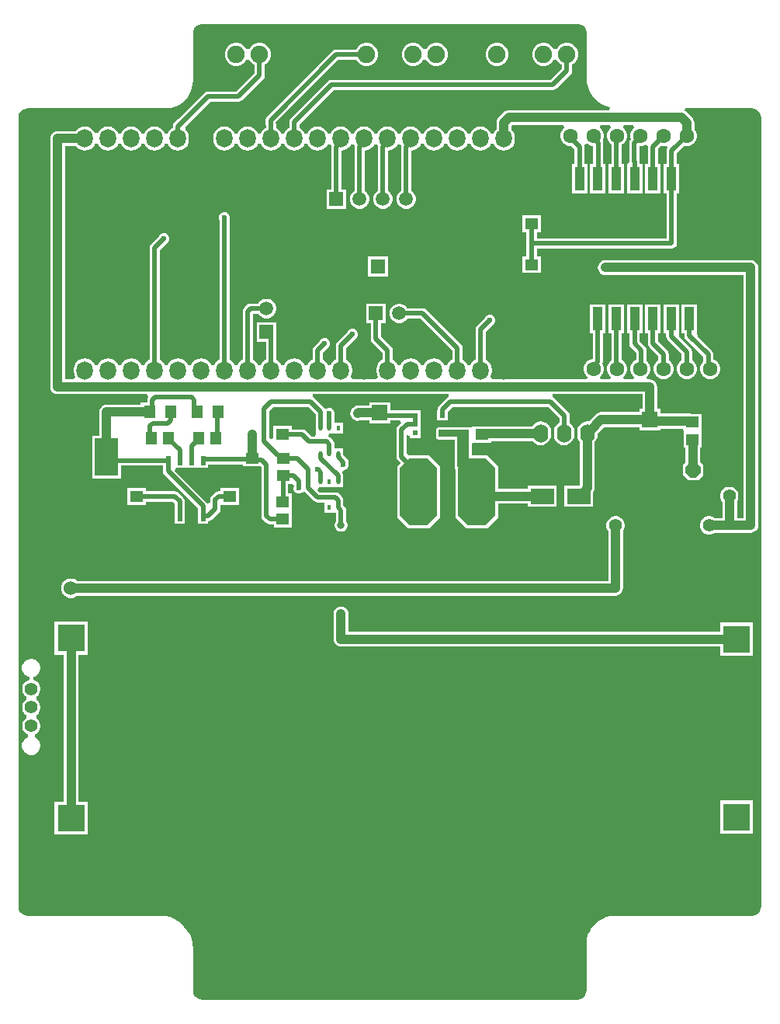
<source format=gtl>
G04*
G04 #@! TF.GenerationSoftware,Altium Limited,Altium Designer,21.9.2 (33)*
G04*
G04 Layer_Physical_Order=1*
G04 Layer_Color=255*
%FSTAX24Y24*%
%MOIN*%
G70*
G04*
G04 #@! TF.SameCoordinates,6E6F4FCF-DDBA-4186-BE1C-5EC4A7FB59E6*
G04*
G04*
G04 #@! TF.FilePolarity,Positive*
G04*
G01*
G75*
%ADD17C,0.0197*%
%ADD21R,0.0433X0.1024*%
%ADD22R,0.0551X0.0472*%
%ADD23R,0.0177X0.0236*%
%ADD24R,0.0157X0.0236*%
%ADD25R,0.0500X0.0550*%
%ADD26R,0.0472X0.0551*%
%ADD27R,0.0669X0.0669*%
%ADD28R,0.0984X0.0669*%
%ADD29R,0.0236X0.0197*%
G04:AMPARAMS|DCode=30|XSize=287.4mil|YSize=157.5mil|CornerRadius=0mil|HoleSize=0mil|Usage=FLASHONLY|Rotation=270.000|XOffset=0mil|YOffset=0mil|HoleType=Round|Shape=Octagon|*
%AMOCTAGOND30*
4,1,8,-0.0394,-0.1437,0.0394,-0.1437,0.0787,-0.1043,0.0787,0.1043,0.0394,0.1437,-0.0394,0.1437,-0.0787,0.1043,-0.0787,-0.1043,-0.0394,-0.1437,0.0*
%
%ADD30OCTAGOND30*%

%ADD31R,0.0197X0.0394*%
%ADD62C,0.0394*%
%ADD63C,0.0551*%
%ADD64C,0.0630*%
%ADD65C,0.0600*%
%ADD66R,0.1181X0.1181*%
%ADD67C,0.0748*%
%ADD68O,0.0709X0.0787*%
%ADD69O,0.0630X0.0787*%
%ADD70C,0.0591*%
%ADD71R,0.0591X0.0591*%
%ADD72R,0.0630X0.0630*%
%ADD73C,0.0598*%
%ADD74R,0.0598X0.0598*%
%ADD75P,0.0704X8X292.5*%
%ADD76C,0.0650*%
%ADD77R,0.1600X0.1000*%
%ADD78R,0.1000X0.1600*%
%ADD79C,0.0315*%
%ADD80C,0.0236*%
G36*
X036063Y066147D02*
X036063Y066147D01*
X036173Y066128D01*
X036238Y066101D01*
X03631Y066046D01*
X036366Y065973D01*
X036393Y065909D01*
X036412Y065798D01*
X036412Y065798D01*
X036412Y06568D01*
Y063967D01*
X036411Y063848D01*
X036427Y063644D01*
X036475Y063444D01*
X036553Y063254D01*
X036661Y063079D01*
X036794Y062923D01*
X036793Y062922D01*
X036793Y062922D01*
X036793Y062922D01*
X036881Y062848D01*
X036881Y062848D01*
X036948Y062792D01*
X03712Y062686D01*
X037306Y062609D01*
X037409Y062584D01*
X037395Y062466D01*
X033085D01*
X033003Y062455D01*
X032926Y062424D01*
X032861Y062373D01*
X03263Y062142D01*
X032579Y062077D01*
X032548Y062D01*
X032537Y061918D01*
Y061634D01*
X032518Y061619D01*
X032442Y061521D01*
X032419Y061464D01*
X032291D01*
X032267Y061521D01*
X032192Y061619D01*
X032093Y061695D01*
X031978Y061743D01*
X031855Y061759D01*
X031731Y061743D01*
X031616Y061695D01*
X031518Y061619D01*
X031442Y061521D01*
X031419Y061464D01*
X031291D01*
X031267Y061521D01*
X031192Y061619D01*
X031093Y061695D01*
X030978Y061743D01*
X030855Y061759D01*
X030731Y061743D01*
X030616Y061695D01*
X030518Y061619D01*
X030442Y061521D01*
X030419Y061464D01*
X030291D01*
X030267Y061521D01*
X030192Y061619D01*
X030093Y061695D01*
X029978Y061743D01*
X029855Y061759D01*
X029731Y061743D01*
X029616Y061695D01*
X029518Y061619D01*
X029442Y061521D01*
X029419Y061464D01*
X029291D01*
X029267Y061521D01*
X029192Y061619D01*
X029093Y061695D01*
X028978Y061743D01*
X028855Y061759D01*
X028731Y061743D01*
X028616Y061695D01*
X028518Y061619D01*
X028442Y061521D01*
X028419Y061464D01*
X028291D01*
X028267Y061521D01*
X028192Y061619D01*
X028093Y061695D01*
X027978Y061743D01*
X027855Y061759D01*
X027731Y061743D01*
X027616Y061695D01*
X027518Y061619D01*
X027442Y061521D01*
X027419Y061464D01*
X027291D01*
X027267Y061521D01*
X027192Y061619D01*
X027093Y061695D01*
X026978Y061743D01*
X026855Y061759D01*
X026731Y061743D01*
X026616Y061695D01*
X026518Y061619D01*
X026442Y061521D01*
X026419Y061464D01*
X026291D01*
X026267Y061521D01*
X026192Y061619D01*
X026093Y061695D01*
X025978Y061743D01*
X025855Y061759D01*
X025731Y061743D01*
X025616Y061695D01*
X025518Y061619D01*
X025442Y061521D01*
X025419Y061464D01*
X025291D01*
X025267Y061521D01*
X025192Y061619D01*
X025093Y061695D01*
X024978Y061743D01*
X024855Y061759D01*
X024731Y061743D01*
X024616Y061695D01*
X024518Y061619D01*
X024442Y061521D01*
X024419Y061464D01*
X024291D01*
X024267Y061521D01*
X024192Y061619D01*
X024093Y061695D01*
X024075Y061702D01*
Y061849D01*
X025554Y063328D01*
X034963D01*
X035047Y063344D01*
X035119Y063392D01*
X035719Y063992D01*
X035767Y064064D01*
X035784Y064148D01*
Y064408D01*
X035865Y064455D01*
X035957Y064546D01*
X036022Y064658D01*
X036055Y064784D01*
Y064913D01*
X036022Y065038D01*
X035957Y065151D01*
X035865Y065242D01*
X035753Y065307D01*
X035628Y065341D01*
X035498D01*
X035373Y065307D01*
X035261Y065242D01*
X035169Y065151D01*
X035128Y065079D01*
X035122Y065077D01*
X035004D01*
X034998Y065079D01*
X034957Y065151D01*
X034865Y065242D01*
X034753Y065307D01*
X034628Y065341D01*
X034498D01*
X034373Y065307D01*
X034261Y065242D01*
X034169Y065151D01*
X034104Y065038D01*
X034071Y064913D01*
Y064784D01*
X034104Y064658D01*
X034169Y064546D01*
X034261Y064455D01*
X034373Y06439D01*
X034498Y064356D01*
X034628D01*
X034753Y06439D01*
X034865Y064455D01*
X034957Y064546D01*
X034998Y064618D01*
X035004Y06462D01*
X035122D01*
X035128Y064618D01*
X035169Y064546D01*
X035261Y064455D01*
X035342Y064408D01*
Y06424D01*
X034872Y063769D01*
X025463D01*
X025378Y063752D01*
X025307Y063705D01*
X023698Y062096D01*
X023651Y062025D01*
X023634Y06194D01*
Y061702D01*
X023616Y061695D01*
X023518Y061619D01*
X023442Y061521D01*
X023419Y061464D01*
X023291D01*
X023267Y061521D01*
X023192Y061619D01*
X023093Y061695D01*
X023075Y061702D01*
Y061857D01*
X023065Y061907D01*
Y061939D01*
X025754Y064628D01*
X026522D01*
X026569Y064546D01*
X026661Y064455D01*
X026773Y06439D01*
X026898Y064356D01*
X027028D01*
X027153Y06439D01*
X027265Y064455D01*
X027357Y064546D01*
X027422Y064658D01*
X027455Y064784D01*
Y064913D01*
X027422Y065038D01*
X027357Y065151D01*
X027265Y065242D01*
X027153Y065307D01*
X027028Y065341D01*
X026898D01*
X026773Y065307D01*
X026661Y065242D01*
X026569Y065151D01*
X026522Y065069D01*
X025663D01*
X025579Y065052D01*
X025507Y065005D01*
X022688Y062186D01*
X022641Y062114D01*
X022624Y06203D01*
Y061867D01*
X022634Y061816D01*
Y061702D01*
X022616Y061695D01*
X022518Y061619D01*
X022442Y061521D01*
X022419Y061464D01*
X022291D01*
X022267Y061521D01*
X022192Y061619D01*
X022093Y061695D01*
X021978Y061743D01*
X021855Y061759D01*
X021731Y061743D01*
X021616Y061695D01*
X021518Y061619D01*
X021442Y061521D01*
X021419Y061464D01*
X021291D01*
X021267Y061521D01*
X021192Y061619D01*
X021093Y061695D01*
X020978Y061743D01*
X020855Y061759D01*
X020731Y061743D01*
X020616Y061695D01*
X020518Y061619D01*
X020442Y061521D01*
X020394Y061406D01*
X020378Y061282D01*
Y061204D01*
X020394Y06108D01*
X020442Y060965D01*
X020518Y060867D01*
X020616Y060791D01*
X020731Y060743D01*
X020855Y060727D01*
X020978Y060743D01*
X021093Y060791D01*
X021192Y060867D01*
X021267Y060965D01*
X021291Y061022D01*
X021419D01*
X021442Y060965D01*
X021518Y060867D01*
X021616Y060791D01*
X021731Y060743D01*
X021855Y060727D01*
X021978Y060743D01*
X022093Y060791D01*
X022192Y060867D01*
X022267Y060965D01*
X022291Y061022D01*
X022419D01*
X022442Y060965D01*
X022518Y060867D01*
X022616Y060791D01*
X022731Y060743D01*
X022855Y060727D01*
X022978Y060743D01*
X023093Y060791D01*
X023192Y060867D01*
X023267Y060965D01*
X023291Y061022D01*
X023419D01*
X023442Y060965D01*
X023518Y060867D01*
X023616Y060791D01*
X023731Y060743D01*
X023855Y060727D01*
X023978Y060743D01*
X024093Y060791D01*
X024192Y060867D01*
X024267Y060965D01*
X024291Y061022D01*
X024419D01*
X024442Y060965D01*
X024518Y060867D01*
X024616Y060791D01*
X024731Y060743D01*
X024855Y060727D01*
X024978Y060743D01*
X025093Y060791D01*
X025192Y060867D01*
X025267Y060965D01*
X025274Y060981D01*
X0254Y060989D01*
X025451Y060917D01*
X025442Y060873D01*
Y059062D01*
X02525D01*
Y058235D01*
X026076D01*
Y059062D01*
X025884D01*
Y060731D01*
X025978Y060743D01*
X026093Y060791D01*
X026192Y060867D01*
X026267Y060965D01*
X026274Y060981D01*
X0264Y060989D01*
X026451Y060917D01*
X026442Y060873D01*
Y058998D01*
X026409Y058979D01*
X026332Y058902D01*
X026278Y058808D01*
X02625Y058703D01*
Y058594D01*
X026278Y058489D01*
X026332Y058395D01*
X026409Y058318D01*
X026503Y058263D01*
X026609Y058235D01*
X026717D01*
X026823Y058263D01*
X026917Y058318D01*
X026994Y058395D01*
X027048Y058489D01*
X027076Y058594D01*
Y058703D01*
X027048Y058808D01*
X026994Y058902D01*
X026917Y058979D01*
X026884Y058998D01*
Y060731D01*
X026978Y060743D01*
X027093Y060791D01*
X027192Y060867D01*
X027267Y060965D01*
X027274Y060981D01*
X0274Y060989D01*
X027451Y060917D01*
X027442Y060873D01*
Y058998D01*
X027409Y058979D01*
X027332Y058902D01*
X027278Y058808D01*
X02725Y058703D01*
Y058594D01*
X027278Y058489D01*
X027332Y058395D01*
X027409Y058318D01*
X027503Y058263D01*
X027609Y058235D01*
X027717D01*
X027823Y058263D01*
X027917Y058318D01*
X027994Y058395D01*
X028048Y058489D01*
X028076Y058594D01*
Y058703D01*
X028048Y058808D01*
X027994Y058902D01*
X027917Y058979D01*
X027884Y058998D01*
Y060731D01*
X027978Y060743D01*
X028093Y060791D01*
X028192Y060867D01*
X028267Y060965D01*
X028274Y060981D01*
X0284Y060989D01*
X028451Y060917D01*
X028442Y060873D01*
Y058998D01*
X028409Y058979D01*
X028332Y058902D01*
X028278Y058808D01*
X02825Y058703D01*
Y058594D01*
X028278Y058489D01*
X028332Y058395D01*
X028409Y058318D01*
X028503Y058263D01*
X028609Y058235D01*
X028717D01*
X028823Y058263D01*
X028917Y058318D01*
X028994Y058395D01*
X029048Y058489D01*
X029076Y058594D01*
Y058703D01*
X029048Y058808D01*
X028994Y058902D01*
X028917Y058979D01*
X028884Y058998D01*
Y060731D01*
X028978Y060743D01*
X029093Y060791D01*
X029192Y060867D01*
X029267Y060965D01*
X029291Y061022D01*
X029419D01*
X029442Y060965D01*
X029518Y060867D01*
X029616Y060791D01*
X029731Y060743D01*
X029855Y060727D01*
X029978Y060743D01*
X030093Y060791D01*
X030192Y060867D01*
X030267Y060965D01*
X030291Y061022D01*
X030419D01*
X030442Y060965D01*
X030518Y060867D01*
X030616Y060791D01*
X030731Y060743D01*
X030855Y060727D01*
X030978Y060743D01*
X031093Y060791D01*
X031192Y060867D01*
X031267Y060965D01*
X031291Y061022D01*
X031419D01*
X031442Y060965D01*
X031518Y060867D01*
X031616Y060791D01*
X031731Y060743D01*
X031855Y060727D01*
X031978Y060743D01*
X032093Y060791D01*
X032192Y060867D01*
X032267Y060965D01*
X032291Y061022D01*
X032419D01*
X032442Y060965D01*
X032518Y060867D01*
X032616Y060791D01*
X032731Y060743D01*
X032855Y060727D01*
X032978Y060743D01*
X033093Y060791D01*
X033192Y060867D01*
X033267Y060965D01*
X033315Y06108D01*
X033331Y061204D01*
Y061282D01*
X033315Y061406D01*
X033267Y061521D01*
X033192Y061619D01*
X033172Y061634D01*
Y061786D01*
X033217Y061831D01*
X035427D01*
X035458Y061713D01*
X035451Y061708D01*
X03537Y061628D01*
X035313Y061529D01*
X035284Y061419D01*
Y061305D01*
X035313Y061195D01*
X03537Y061096D01*
X035451Y061015D01*
X03555Y060958D01*
X03566Y060929D01*
X035755D01*
X035886Y060798D01*
Y060158D01*
X035773D01*
Y058898D01*
X036442D01*
Y060158D01*
X036328D01*
Y060889D01*
X036311Y060974D01*
X036314Y060985D01*
X036443Y061023D01*
X036451Y061015D01*
X03655Y060958D01*
X03666Y060929D01*
X036686D01*
Y060158D01*
X03656D01*
Y058898D01*
X037229D01*
Y060158D01*
X037127D01*
Y061055D01*
X03711Y061139D01*
X037099Y061157D01*
X03712Y061195D01*
X03715Y061305D01*
Y061419D01*
X03712Y061529D01*
X037063Y061628D01*
X036983Y061708D01*
X036975Y061713D01*
X037007Y061831D01*
X037427D01*
X037458Y061713D01*
X037451Y061708D01*
X03737Y061628D01*
X037313Y061529D01*
X037284Y061419D01*
Y061305D01*
X037313Y061195D01*
X03737Y061096D01*
X037451Y061015D01*
X037479Y060999D01*
Y060158D01*
X037347D01*
Y058898D01*
X038017D01*
Y060158D01*
X03792D01*
Y060979D01*
X037983Y061015D01*
X038063Y061096D01*
X03812Y061195D01*
X03815Y061305D01*
Y061419D01*
X03812Y061529D01*
X038063Y061628D01*
X037983Y061708D01*
X037975Y061713D01*
X038007Y061831D01*
X038427D01*
X038458Y061713D01*
X038451Y061708D01*
X03837Y061628D01*
X038313Y061529D01*
X038284Y061419D01*
Y061305D01*
X03831Y061207D01*
X038307Y061205D01*
X038259Y061133D01*
X038242Y061048D01*
Y060255D01*
X03816Y060158D01*
X038135D01*
Y058898D01*
X038804D01*
Y060158D01*
X03869D01*
Y060248D01*
X038684Y060281D01*
Y060929D01*
X038774D01*
X038884Y060958D01*
X038932Y060986D01*
X039038Y060911D01*
X039036Y060902D01*
Y060158D01*
X038922D01*
Y058898D01*
X039591D01*
Y060158D01*
X039478D01*
Y06081D01*
X039609Y060942D01*
X03966Y060929D01*
X039774D01*
X039821Y060941D01*
X039841Y060923D01*
X039889Y060837D01*
X039859Y060793D01*
X039842Y060708D01*
Y060158D01*
X03971D01*
Y058898D01*
X039842D01*
Y056969D01*
X034273D01*
Y057234D01*
X034437D01*
Y057943D01*
X03365D01*
Y057234D01*
X033831D01*
Y056748D01*
Y056183D01*
X033658D01*
Y055475D01*
X034446D01*
Y056183D01*
X034273D01*
Y056528D01*
X040063D01*
X040147Y056544D01*
X040219Y056592D01*
X040267Y056664D01*
X040284Y056748D01*
Y058898D01*
X040379D01*
Y060158D01*
X040284D01*
Y060617D01*
X040609Y060942D01*
X04066Y060929D01*
X040774D01*
X040884Y060958D01*
X040983Y061015D01*
X041063Y061096D01*
X04112Y061195D01*
X04115Y061305D01*
Y061419D01*
X04112Y061529D01*
X041063Y061628D01*
X041034Y061657D01*
Y061918D01*
X041024Y062D01*
X040992Y062077D01*
X040941Y062142D01*
X040711Y062373D01*
X040645Y062424D01*
X040632Y062429D01*
X040655Y062547D01*
X043513D01*
X043513Y062547D01*
X043513Y062547D01*
X043625Y062532D01*
X043713Y062495D01*
X043796Y062431D01*
X04386Y062348D01*
X043896Y06226D01*
X043912Y062148D01*
X043912Y062148D01*
X043912Y06203D01*
Y028298D01*
X043912Y028298D01*
X043912Y028298D01*
X043896Y028187D01*
X04386Y028098D01*
X043796Y028015D01*
X043713Y027952D01*
X043617Y027912D01*
X043518Y027899D01*
X043513Y0279D01*
X037776D01*
X037658Y027901D01*
X037658Y027901D01*
X037455Y027885D01*
X037257Y027837D01*
X037069Y027759D01*
X036895Y027653D01*
X03683Y027597D01*
X036741Y027521D01*
X036741Y027521D01*
X036741Y02752D01*
X036626Y027386D01*
X036534Y027235D01*
X036466Y027072D01*
X036425Y0269D01*
X036411Y026724D01*
X036412D01*
X036412Y026724D01*
Y024698D01*
X036412Y024698D01*
X036412Y024698D01*
X036396Y024587D01*
X03636Y024498D01*
X036296Y024415D01*
X036213Y024352D01*
X036117Y024312D01*
X036018Y024299D01*
X036013Y0243D01*
X019913D01*
X019913Y0243D01*
X019913Y0243D01*
X019913Y0243D01*
X019801Y024315D01*
X019713Y024352D01*
X01963Y024415D01*
X019566Y024498D01*
X01953Y024587D01*
X019514Y024698D01*
X019514Y024817D01*
Y02638D01*
X019515Y026498D01*
X019499Y026703D01*
X019451Y026903D01*
X019373Y027093D01*
X019265Y027268D01*
X019132Y027424D01*
X019132D01*
X019048Y027508D01*
X019039Y027517D01*
X019039Y027517D01*
X018883Y027651D01*
X018707Y027758D01*
X018518Y027837D01*
X018318Y027885D01*
X018113Y027901D01*
Y0279D01*
X012413D01*
X012413Y0279D01*
X012413Y0279D01*
X012413Y0279D01*
X012301Y027915D01*
X012213Y027952D01*
X01213Y028015D01*
X012066Y028098D01*
X01203Y028187D01*
X012014Y028298D01*
X012014Y028417D01*
Y062148D01*
X012014Y062148D01*
X012014Y062148D01*
X01203Y06226D01*
X012066Y062348D01*
X01213Y062431D01*
X012213Y062495D01*
X012301Y062532D01*
X012413Y062547D01*
X012531Y062547D01*
X018221D01*
X018339Y062547D01*
X018515Y062561D01*
X018687Y062602D01*
X01885Y062669D01*
X019001Y062762D01*
X019135Y062876D01*
X019135Y062876D01*
X019135Y062876D01*
X019268Y063031D01*
X019374Y063204D01*
X019452Y063393D01*
X019495Y063574D01*
X019499Y06359D01*
X019507Y06369D01*
X019525Y063793D01*
Y063846D01*
X019515Y06387D01*
X019514Y063904D01*
Y065702D01*
X019516Y065798D01*
X019517Y0658D01*
X019525Y065818D01*
X019541Y065926D01*
X019542Y06593D01*
X01956Y065973D01*
X019616Y066046D01*
X019688Y066101D01*
X019753Y066128D01*
X019863Y066147D01*
X019981Y066147D01*
X036063D01*
X036063Y066147D01*
D02*
G37*
%LPC*%
G36*
X022428Y065341D02*
X022298D01*
X022173Y065307D01*
X022061Y065242D01*
X021969Y065151D01*
X021928Y065079D01*
X021922Y065077D01*
X021804D01*
X021798Y065079D01*
X021757Y065151D01*
X021665Y065242D01*
X021553Y065307D01*
X021428Y065341D01*
X021298D01*
X021173Y065307D01*
X021061Y065242D01*
X020969Y065151D01*
X020904Y065038D01*
X020871Y064913D01*
Y064784D01*
X020904Y064658D01*
X020969Y064546D01*
X021061Y064455D01*
X021173Y06439D01*
X021298Y064356D01*
X021428D01*
X021553Y06439D01*
X021665Y064455D01*
X021757Y064546D01*
X021798Y064618D01*
X021804Y06462D01*
X021922D01*
X021928Y064618D01*
X021969Y064546D01*
X022061Y064455D01*
X022142Y064408D01*
Y06404D01*
X021372Y063269D01*
X020163D01*
X020079Y063252D01*
X020007Y063205D01*
X018915Y062113D01*
X01889Y062096D01*
X018699Y061905D01*
X018651Y061833D01*
X018634Y061748D01*
Y061702D01*
X018616Y061695D01*
X018518Y061619D01*
X018442Y061521D01*
X018419Y061464D01*
X018291D01*
X018267Y061521D01*
X018192Y061619D01*
X018093Y061695D01*
X017978Y061743D01*
X017855Y061759D01*
X017731Y061743D01*
X017616Y061695D01*
X017518Y061619D01*
X017442Y061521D01*
X017419Y061464D01*
X017291D01*
X017267Y061521D01*
X017192Y061619D01*
X017093Y061695D01*
X016978Y061743D01*
X016855Y061759D01*
X016731Y061743D01*
X016616Y061695D01*
X016518Y061619D01*
X016442Y061521D01*
X016419Y061464D01*
X016291D01*
X016267Y061521D01*
X016192Y061619D01*
X016093Y061695D01*
X015978Y061743D01*
X015855Y061759D01*
X015731Y061743D01*
X015616Y061695D01*
X015518Y061619D01*
X015442Y061521D01*
X015422Y061474D01*
X015295D01*
X015275Y061521D01*
X015199Y061619D01*
X015101Y061695D01*
X014986Y061743D01*
X014862Y061759D01*
X014739Y061743D01*
X014624Y061695D01*
X014526Y061619D01*
X014481Y061561D01*
X013687D01*
X013605Y06155D01*
X013528Y061518D01*
X013462Y061468D01*
X013412Y061402D01*
X01338Y061325D01*
X013369Y061243D01*
Y050589D01*
X01338Y050507D01*
X013412Y050431D01*
X013462Y050365D01*
X013528Y050314D01*
X013605Y050283D01*
X013687Y050272D01*
X017531D01*
X01758Y050154D01*
X017556Y050118D01*
X017539Y050033D01*
Y049903D01*
X017266D01*
Y049828D01*
X015791D01*
X015709Y049817D01*
X015632Y049785D01*
X015567Y049735D01*
X015516Y049669D01*
X015484Y049592D01*
X015474Y04951D01*
Y048494D01*
X015173D01*
Y046658D01*
X016409D01*
Y047209D01*
X018216D01*
Y046975D01*
X018232Y046891D01*
X01828Y046819D01*
X019716Y045384D01*
Y045028D01*
X01972Y045007D01*
Y044713D01*
X020153D01*
Y044828D01*
X020163D01*
X020247Y044844D01*
X020319Y044892D01*
X020619Y045192D01*
X020667Y045264D01*
X020684Y045348D01*
Y045419D01*
X020698Y045531D01*
X021485D01*
Y046239D01*
X020698D01*
Y046106D01*
X0206D01*
X020515Y046089D01*
X020443Y046041D01*
X020307Y045905D01*
X020259Y045833D01*
X020242Y045748D01*
Y045607D01*
X020124Y045584D01*
X020092Y045631D01*
X018727Y046997D01*
X018776Y047115D01*
X019186Y047115D01*
X019271Y047115D01*
X019686Y047115D01*
X019771Y047115D01*
X020153D01*
Y047258D01*
X021664D01*
Y047174D01*
X022425D01*
X022442Y047157D01*
Y045048D01*
X022459Y044964D01*
X022507Y044892D01*
X022649Y044751D01*
X02272Y044703D01*
X022805Y044686D01*
X022972D01*
Y044552D01*
X023759D01*
Y045261D01*
X023759D01*
Y0453D01*
X023759D01*
Y046009D01*
X023589D01*
Y046429D01*
X023765D01*
X023835Y04634D01*
Y046315D01*
X023827Y046295D01*
Y046201D01*
X023863Y046115D01*
X023929Y046048D01*
X024016Y046012D01*
X02411D01*
X024197Y046048D01*
X024298Y046089D01*
X024351Y046048D01*
X024707Y045692D01*
X024778Y045644D01*
X024863Y045628D01*
X025166D01*
Y045173D01*
X025642D01*
Y044817D01*
X025606Y044755D01*
X025587Y044685D01*
Y044612D01*
X025606Y044542D01*
X025642Y044479D01*
X025694Y044428D01*
X025757Y044392D01*
X025827Y044373D01*
X025899D01*
X025969Y044392D01*
X026032Y044428D01*
X026084Y044479D01*
X02612Y044542D01*
X026139Y044612D01*
Y044685D01*
X02612Y044755D01*
X026084Y044817D01*
Y045283D01*
X026067Y045367D01*
X026019Y045439D01*
X025958Y0455D01*
Y045733D01*
X025941Y045818D01*
X025893Y045889D01*
X025778Y046005D01*
X025706Y046052D01*
X025622Y046069D01*
X024954D01*
X024859Y046165D01*
X024908Y046283D01*
X025934D01*
Y046424D01*
X025941Y046435D01*
X025958Y046519D01*
Y046774D01*
X025941Y046859D01*
X025917Y046894D01*
X02596Y046996D01*
X025977Y047012D01*
X02601D01*
X026097Y047048D01*
X026163Y047115D01*
X026199Y047201D01*
Y047295D01*
X026184Y047333D01*
Y047348D01*
X026167Y047433D01*
X026119Y047505D01*
X025958Y047666D01*
Y047724D01*
X025944Y047794D01*
Y04796D01*
X025584D01*
Y048133D01*
X025567Y048218D01*
X025519Y048289D01*
X025404Y048405D01*
X025332Y048452D01*
X025346Y04857D01*
X025944D01*
Y049043D01*
X025584D01*
Y049364D01*
X025599Y049401D01*
Y049495D01*
X025563Y049582D01*
X025497Y049649D01*
X02541Y049685D01*
X025316D01*
X025229Y049649D01*
X025161Y049655D01*
X025145Y049679D01*
X024719Y050105D01*
X024647Y050152D01*
X024641Y050154D01*
X024653Y050272D01*
X030473D01*
X030485Y050154D01*
X030478Y050152D01*
X030407Y050105D01*
X030066Y049764D01*
X030018Y049692D01*
X030001Y049607D01*
Y049578D01*
X029986D01*
Y049145D01*
X030201D01*
X030222Y049141D01*
X030243Y049145D01*
X030458D01*
Y049531D01*
X030654Y049728D01*
X034772D01*
X035242Y049257D01*
Y049065D01*
X035226Y049059D01*
X035136Y048989D01*
X035066Y048899D01*
X035023Y048793D01*
X035008Y04868D01*
Y048523D01*
X035023Y04841D01*
X035066Y048304D01*
X035136Y048214D01*
X035226Y048145D01*
X035332Y048101D01*
X035445Y048086D01*
X035558Y048101D01*
X035663Y048145D01*
X035754Y048214D01*
X035823Y048304D01*
X035867Y04841D01*
X035882Y048523D01*
Y04868D01*
X035867Y048793D01*
X035823Y048899D01*
X035754Y048989D01*
X035684Y049043D01*
Y049348D01*
X035667Y049433D01*
X035619Y049505D01*
X035019Y050105D01*
X034947Y050152D01*
X034941Y050154D01*
X034953Y050272D01*
X038804D01*
Y049639D01*
X038669D01*
Y049504D01*
X037029D01*
X036947Y049493D01*
X03687Y049461D01*
X036805Y049411D01*
X036503Y049109D01*
X036445Y049117D01*
X036332Y049102D01*
X036226Y049059D01*
X036136Y048989D01*
X036066Y048899D01*
X036023Y048793D01*
X036008Y04868D01*
Y048523D01*
X036023Y04841D01*
X036066Y048304D01*
X036127Y048225D01*
Y046388D01*
X036095Y046346D01*
X036094Y046345D01*
X035464D01*
Y045439D01*
X036685D01*
Y046009D01*
X036688Y04603D01*
Y046061D01*
X03672Y046103D01*
X036752Y04618D01*
X036762Y046262D01*
Y048225D01*
X036823Y048304D01*
X036867Y04841D01*
X036882Y048523D01*
Y048589D01*
X037161Y048868D01*
X038669D01*
Y048733D01*
X039574D01*
Y048801D01*
X040565D01*
X040572Y048686D01*
X040572Y048607D01*
Y047977D01*
X04066D01*
Y047351D01*
X040546Y047237D01*
Y046794D01*
X040768Y046573D01*
X041211D01*
X041432Y046794D01*
Y047237D01*
X041295Y047375D01*
Y047977D01*
X041359D01*
Y048607D01*
X041359Y048686D01*
X041359Y048804D01*
Y049434D01*
X040907D01*
X040887Y049436D01*
X039574D01*
Y049639D01*
X039439D01*
Y050589D01*
X039429Y050672D01*
X039397Y050748D01*
X039346Y050814D01*
X039281Y050865D01*
X039204Y050896D01*
X039122Y050907D01*
X039032D01*
X038998Y050982D01*
X038993Y051025D01*
X039063Y051096D01*
X03912Y051195D01*
X03915Y051305D01*
Y051419D01*
X03912Y051529D01*
X039063Y051628D01*
X038984Y051707D01*
Y052148D01*
X038967Y052233D01*
X038919Y052305D01*
X03869Y052533D01*
Y052875D01*
X038804D01*
Y054135D01*
X038135D01*
Y052875D01*
X038249D01*
Y052442D01*
X038265Y052358D01*
X038313Y052286D01*
X038542Y052057D01*
Y051761D01*
X038451Y051708D01*
X03837Y051628D01*
X038313Y051529D01*
X038284Y051419D01*
Y051305D01*
X038313Y051195D01*
X03837Y051096D01*
X038441Y051025D01*
X038436Y050982D01*
X038402Y050907D01*
X038032D01*
X037998Y050982D01*
X037993Y051025D01*
X038063Y051096D01*
X03812Y051195D01*
X03815Y051305D01*
Y051419D01*
X03812Y051529D01*
X038063Y051628D01*
X037983Y051708D01*
X03792Y051744D01*
Y052875D01*
X038017D01*
Y054135D01*
X037347D01*
Y052875D01*
X037479D01*
Y051724D01*
X037451Y051708D01*
X03737Y051628D01*
X037313Y051529D01*
X037284Y051419D01*
Y051305D01*
X037313Y051195D01*
X03737Y051096D01*
X037441Y051025D01*
X037436Y050982D01*
X037402Y050907D01*
X037032D01*
X036998Y050982D01*
X036993Y051025D01*
X037063Y051096D01*
X03712Y051195D01*
X03715Y051305D01*
Y051419D01*
X03712Y051529D01*
X037097Y05157D01*
X037099Y051572D01*
X037115Y051657D01*
Y052875D01*
X037229D01*
Y054135D01*
X03656D01*
Y052875D01*
X036674D01*
Y051795D01*
X03666D01*
X03655Y051765D01*
X036451Y051708D01*
X03637Y051628D01*
X036313Y051529D01*
X036284Y051419D01*
Y051305D01*
X036313Y051195D01*
X03637Y051096D01*
X036441Y051025D01*
X036436Y050982D01*
X036402Y050907D01*
X032337D01*
X032275Y05102D01*
X032323Y051135D01*
X032339Y051259D01*
Y051337D01*
X032323Y051461D01*
X032275Y051576D01*
X032199Y051674D01*
X032101Y05175D01*
X032083Y051757D01*
Y052957D01*
X03236Y053233D01*
X032397Y053248D01*
X032463Y053315D01*
X032499Y053401D01*
Y053495D01*
X032463Y053582D01*
X032397Y053649D01*
X03231Y053685D01*
X032216D01*
X032129Y053649D01*
X032063Y053582D01*
X032047Y053545D01*
X031706Y053204D01*
X031659Y053133D01*
X031642Y053048D01*
Y051757D01*
X031624Y05175D01*
X031526Y051674D01*
X03145Y051576D01*
X031426Y051519D01*
X031299D01*
X031275Y051576D01*
X031199Y051674D01*
X031101Y05175D01*
X031084Y051757D01*
Y052248D01*
X031067Y052333D01*
X031019Y052405D01*
X029519Y053905D01*
X029447Y053952D01*
X029363Y053969D01*
X028713D01*
X028694Y054002D01*
X028617Y054079D01*
X028523Y054134D01*
X028417Y054162D01*
X028309D01*
X028203Y054134D01*
X028109Y054079D01*
X028032Y054002D01*
X027978Y053908D01*
X02795Y053803D01*
Y053694D01*
X027978Y053589D01*
X028032Y053495D01*
X028109Y053418D01*
X028203Y053363D01*
X028309Y053335D01*
X028417D01*
X028523Y053363D01*
X028617Y053418D01*
X028694Y053495D01*
X028713Y053528D01*
X029272D01*
X030642Y052157D01*
Y051758D01*
X030624Y05175D01*
X030526Y051674D01*
X03045Y051576D01*
X030426Y051519D01*
X030299D01*
X030275Y051576D01*
X030199Y051674D01*
X030101Y05175D01*
X029986Y051798D01*
X029862Y051814D01*
X029739Y051798D01*
X029624Y05175D01*
X029526Y051674D01*
X02945Y051576D01*
X029426Y051519D01*
X029299D01*
X029275Y051576D01*
X029199Y051674D01*
X029101Y05175D01*
X028986Y051798D01*
X028862Y051814D01*
X028739Y051798D01*
X028624Y05175D01*
X028526Y051674D01*
X02845Y051576D01*
X028426Y051519D01*
X028299D01*
X028275Y051576D01*
X028199Y051674D01*
X028101Y05175D01*
X028084Y051757D01*
Y052148D01*
X028067Y052233D01*
X028019Y052305D01*
X027584Y05274D01*
Y053335D01*
X027776D01*
Y054162D01*
X02695D01*
Y053335D01*
X027142D01*
Y052648D01*
X027159Y052564D01*
X027207Y052492D01*
X027642Y052057D01*
Y051758D01*
X027624Y05175D01*
X027526Y051674D01*
X02745Y051576D01*
X027402Y051461D01*
X027386Y051337D01*
Y051259D01*
X027402Y051135D01*
X02745Y05102D01*
X027388Y050907D01*
X026337D01*
X026275Y05102D01*
X026323Y051135D01*
X026339Y051259D01*
Y051337D01*
X026323Y051461D01*
X026275Y051576D01*
X026199Y051674D01*
X026101Y05175D01*
X026083Y051757D01*
Y052256D01*
X02646Y052633D01*
X026497Y052648D01*
X026563Y052715D01*
X026599Y052801D01*
Y052895D01*
X026563Y052982D01*
X026497Y053049D01*
X02641Y053085D01*
X026316D01*
X026229Y053049D01*
X026163Y052982D01*
X026147Y052945D01*
X025706Y052504D01*
X025659Y052432D01*
X025642Y052348D01*
Y051757D01*
X025624Y05175D01*
X025526Y051674D01*
X02545Y051576D01*
X025426Y051519D01*
X025299D01*
X025275Y051576D01*
X025199Y051674D01*
X025101Y05175D01*
X025083Y051757D01*
Y052056D01*
X02526Y052233D01*
X025297Y052248D01*
X025363Y052315D01*
X025399Y052401D01*
Y052495D01*
X025363Y052582D01*
X025297Y052649D01*
X02521Y052685D01*
X025116D01*
X025029Y052649D01*
X024963Y052582D01*
X024947Y052545D01*
X024706Y052304D01*
X024659Y052232D01*
X024642Y052148D01*
Y051757D01*
X024624Y05175D01*
X024526Y051674D01*
X02445Y051576D01*
X024426Y051519D01*
X024299D01*
X024275Y051576D01*
X024199Y051674D01*
X024101Y05175D01*
X023986Y051798D01*
X023862Y051814D01*
X023739Y051798D01*
X023624Y05175D01*
X023526Y051674D01*
X02345Y051576D01*
X023426Y051519D01*
X023299D01*
X023275Y051576D01*
X023199Y051674D01*
X023101Y05175D01*
X023083Y051757D01*
Y052749D01*
X02308Y052764D01*
Y053366D01*
X022246D01*
Y052531D01*
X022642D01*
Y051757D01*
X022624Y05175D01*
X022526Y051674D01*
X02245Y051576D01*
X022426Y051519D01*
X022299D01*
X022275Y051576D01*
X022199Y051674D01*
X022101Y05175D01*
X022084Y051757D01*
Y053728D01*
X022309D01*
X022329Y053692D01*
X022407Y053614D01*
X022502Y05356D01*
X022608Y053531D01*
X022718D01*
X022824Y05356D01*
X022919Y053614D01*
X022997Y053692D01*
X023052Y053787D01*
X02308Y053893D01*
Y054003D01*
X023052Y05411D01*
X022997Y054205D01*
X022919Y054282D01*
X022824Y054337D01*
X022718Y054366D01*
X022608D01*
X022502Y054337D01*
X022407Y054282D01*
X022329Y054205D01*
X022309Y054169D01*
X021978D01*
X021894Y054152D01*
X021822Y054105D01*
X021707Y053989D01*
X021659Y053918D01*
X021642Y053833D01*
Y051758D01*
X021624Y05175D01*
X021526Y051674D01*
X02145Y051576D01*
X021426Y051519D01*
X021299D01*
X021275Y051576D01*
X021199Y051674D01*
X021101Y05175D01*
X021084Y051757D01*
Y057764D01*
X021099Y057801D01*
Y057895D01*
X021063Y057982D01*
X020997Y058049D01*
X02091Y058085D01*
X020816D01*
X020729Y058049D01*
X020663Y057982D01*
X020627Y057895D01*
Y057801D01*
X020642Y057765D01*
Y051757D01*
X020624Y05175D01*
X020526Y051674D01*
X02045Y051576D01*
X020426Y051519D01*
X020299D01*
X020275Y051576D01*
X020199Y051674D01*
X020101Y05175D01*
X019986Y051798D01*
X019862Y051814D01*
X019739Y051798D01*
X019624Y05175D01*
X019526Y051674D01*
X01945Y051576D01*
X019426Y051519D01*
X019299D01*
X019275Y051576D01*
X019199Y051674D01*
X019101Y05175D01*
X018986Y051798D01*
X018862Y051814D01*
X018739Y051798D01*
X018624Y05175D01*
X018526Y051674D01*
X01845Y051576D01*
X018426Y051519D01*
X018299D01*
X018275Y051576D01*
X018199Y051674D01*
X018101Y05175D01*
X018083Y051757D01*
Y056456D01*
X01836Y056733D01*
X018397Y056748D01*
X018463Y056815D01*
X018499Y056901D01*
Y056995D01*
X018463Y057082D01*
X018397Y057149D01*
X01831Y057185D01*
X018216D01*
X018129Y057149D01*
X018063Y057082D01*
X018047Y057045D01*
X017706Y056704D01*
X017658Y056632D01*
X017642Y056548D01*
Y051757D01*
X017624Y05175D01*
X017526Y051674D01*
X01745Y051576D01*
X017426Y051519D01*
X017299D01*
X017275Y051576D01*
X017199Y051674D01*
X017101Y05175D01*
X016986Y051798D01*
X016862Y051814D01*
X016739Y051798D01*
X016624Y05175D01*
X016526Y051674D01*
X01645Y051576D01*
X016426Y051519D01*
X016299D01*
X016275Y051576D01*
X016199Y051674D01*
X016101Y05175D01*
X015986Y051798D01*
X015862Y051814D01*
X015739Y051798D01*
X015624Y05175D01*
X015526Y051674D01*
X01545Y051576D01*
X015426Y051519D01*
X015299D01*
X015275Y051576D01*
X015199Y051674D01*
X015101Y05175D01*
X014986Y051798D01*
X014862Y051814D01*
X014739Y051798D01*
X014624Y05175D01*
X014526Y051674D01*
X01445Y051576D01*
X014402Y051461D01*
X014386Y051337D01*
Y051259D01*
X014402Y051135D01*
X01445Y05102D01*
X014388Y050907D01*
X014005D01*
Y060925D01*
X014481D01*
X014526Y060867D01*
X014624Y060791D01*
X014739Y060743D01*
X014862Y060727D01*
X014986Y060743D01*
X015101Y060791D01*
X015199Y060867D01*
X015275Y060965D01*
X015295Y061012D01*
X015422D01*
X015442Y060965D01*
X015518Y060867D01*
X015616Y060791D01*
X015731Y060743D01*
X015855Y060727D01*
X015978Y060743D01*
X016093Y060791D01*
X016192Y060867D01*
X016267Y060965D01*
X016291Y061022D01*
X016419D01*
X016442Y060965D01*
X016518Y060867D01*
X016616Y060791D01*
X016731Y060743D01*
X016855Y060727D01*
X016978Y060743D01*
X017093Y060791D01*
X017192Y060867D01*
X017267Y060965D01*
X017291Y061022D01*
X017419D01*
X017442Y060965D01*
X017518Y060867D01*
X017616Y060791D01*
X017731Y060743D01*
X017855Y060727D01*
X017978Y060743D01*
X018093Y060791D01*
X018192Y060867D01*
X018267Y060965D01*
X018291Y061022D01*
X018419D01*
X018442Y060965D01*
X018518Y060867D01*
X018616Y060791D01*
X018731Y060743D01*
X018855Y060727D01*
X018978Y060743D01*
X019093Y060791D01*
X019192Y060867D01*
X019267Y060965D01*
X019315Y06108D01*
X019331Y061204D01*
Y061282D01*
X019315Y061406D01*
X019267Y061521D01*
X019192Y061619D01*
X019176Y061632D01*
X019168Y061749D01*
X019185Y061767D01*
X019211Y061784D01*
X020254Y062828D01*
X021463D01*
X021547Y062844D01*
X021619Y062892D01*
X022519Y063792D01*
X022567Y063864D01*
X022584Y063948D01*
Y064408D01*
X022665Y064455D01*
X022757Y064546D01*
X022822Y064658D01*
X022855Y064784D01*
Y064913D01*
X022822Y065038D01*
X022757Y065151D01*
X022665Y065242D01*
X022553Y065307D01*
X022428Y065341D01*
D02*
G37*
G36*
X030028D02*
X029898D01*
X029773Y065307D01*
X029661Y065242D01*
X029569Y065151D01*
X029528Y065079D01*
X029522Y065077D01*
X029404D01*
X029398Y065079D01*
X029357Y065151D01*
X029265Y065242D01*
X029153Y065307D01*
X029028Y065341D01*
X028898D01*
X028773Y065307D01*
X028661Y065242D01*
X028569Y065151D01*
X028504Y065038D01*
X028471Y064913D01*
Y064784D01*
X028504Y064658D01*
X028569Y064546D01*
X028661Y064455D01*
X028773Y06439D01*
X028898Y064356D01*
X029028D01*
X029153Y06439D01*
X029265Y064455D01*
X029357Y064546D01*
X029398Y064618D01*
X029404Y06462D01*
X029522D01*
X029528Y064618D01*
X029569Y064546D01*
X029661Y064455D01*
X029773Y06439D01*
X029898Y064356D01*
X030028D01*
X030153Y06439D01*
X030265Y064455D01*
X030357Y064546D01*
X030422Y064658D01*
X030455Y064784D01*
Y064913D01*
X030422Y065038D01*
X030357Y065151D01*
X030265Y065242D01*
X030153Y065307D01*
X030028Y065341D01*
D02*
G37*
G36*
X032628D02*
X032498D01*
X032373Y065307D01*
X032261Y065242D01*
X032169Y065151D01*
X032104Y065038D01*
X032071Y064913D01*
Y064784D01*
X032104Y064658D01*
X032169Y064546D01*
X032261Y064455D01*
X032373Y06439D01*
X032498Y064356D01*
X032628D01*
X032753Y06439D01*
X032865Y064455D01*
X032957Y064546D01*
X033022Y064658D01*
X033055Y064784D01*
Y064913D01*
X033022Y065038D01*
X032957Y065151D01*
X032865Y065242D01*
X032753Y065307D01*
X032628Y065341D01*
D02*
G37*
G36*
X027896Y056182D02*
X02703D01*
Y055315D01*
X027896D01*
Y056182D01*
D02*
G37*
G36*
X041166Y054135D02*
X040497D01*
Y052875D01*
X040611D01*
Y05278D01*
X040628Y052695D01*
X040675Y052624D01*
X041419Y051881D01*
Y051676D01*
X04137Y051628D01*
X041313Y051529D01*
X041284Y051419D01*
Y051305D01*
X041313Y051195D01*
X04137Y051096D01*
X041451Y051015D01*
X04155Y050958D01*
X04166Y050929D01*
X041774D01*
X041884Y050958D01*
X041983Y051015D01*
X042063Y051096D01*
X04212Y051195D01*
X04215Y051305D01*
Y051419D01*
X04212Y051529D01*
X042063Y051628D01*
X041983Y051708D01*
X041884Y051765D01*
X04186Y051772D01*
Y051972D01*
X041843Y052057D01*
X041795Y052128D01*
X041167Y052757D01*
X041166Y052875D01*
X041166D01*
Y054135D01*
D02*
G37*
G36*
X040379D02*
X03971D01*
Y052875D01*
X039823D01*
Y052767D01*
X03984Y052683D01*
X039888Y052611D01*
X040496Y052003D01*
Y051734D01*
X040451Y051708D01*
X04037Y051628D01*
X040313Y051529D01*
X040284Y051419D01*
Y051305D01*
X040313Y051195D01*
X04037Y051096D01*
X040451Y051015D01*
X04055Y050958D01*
X04066Y050929D01*
X040774D01*
X040884Y050958D01*
X040983Y051015D01*
X041063Y051096D01*
X04112Y051195D01*
X04115Y051305D01*
Y051419D01*
X04112Y051529D01*
X041063Y051628D01*
X040983Y051708D01*
X040938Y051734D01*
Y052095D01*
X040921Y052179D01*
X040873Y052251D01*
X040367Y052757D01*
X040379Y052875D01*
X040379D01*
Y054135D01*
D02*
G37*
G36*
X039591D02*
X038922D01*
Y052875D01*
X039036D01*
Y052455D01*
X039053Y05237D01*
X039101Y052299D01*
X039496Y051903D01*
Y051734D01*
X039451Y051708D01*
X03937Y051628D01*
X039313Y051529D01*
X039284Y051419D01*
Y051305D01*
X039313Y051195D01*
X03937Y051096D01*
X039451Y051015D01*
X03955Y050958D01*
X03966Y050929D01*
X039774D01*
X039884Y050958D01*
X039983Y051015D01*
X040063Y051096D01*
X04012Y051195D01*
X04015Y051305D01*
Y051419D01*
X04012Y051529D01*
X040063Y051628D01*
X039983Y051708D01*
X039938Y051734D01*
Y051995D01*
X039921Y052079D01*
X039873Y052151D01*
X039478Y052546D01*
Y052875D01*
X039591D01*
Y054135D01*
D02*
G37*
G36*
X034445Y049117D02*
X034332Y049102D01*
X034226Y049059D01*
X034136Y048989D01*
X034066Y048899D01*
X034063Y048891D01*
X032318D01*
Y048899D01*
X03153Y048899D01*
X031412Y048858D01*
X031409Y04886D01*
X031363Y048869D01*
X030063D01*
X030017Y04886D01*
X029978Y048834D01*
X029952Y048795D01*
X029943Y048748D01*
Y048448D01*
X029952Y048402D01*
X029978Y048363D01*
X030017Y048337D01*
X030063Y048328D01*
X030743D01*
Y047148D01*
X030752Y047102D01*
X030778Y047063D01*
X030794Y047053D01*
Y044988D01*
X031246Y044535D01*
X032152D01*
X032605Y044988D01*
Y045574D01*
X03389D01*
Y045439D01*
X03511D01*
Y046345D01*
X03389D01*
Y04621D01*
X032605D01*
Y047193D01*
X032152Y047645D01*
X031483D01*
Y048091D01*
X03153Y04819D01*
X031602Y04819D01*
X032318D01*
Y048255D01*
X034104D01*
X034136Y048214D01*
X034226Y048145D01*
X034332Y048101D01*
X034445Y048086D01*
X034558Y048101D01*
X034663Y048145D01*
X034754Y048214D01*
X034823Y048304D01*
X034867Y04841D01*
X034882Y048523D01*
Y04868D01*
X034867Y048793D01*
X034823Y048899D01*
X034754Y048989D01*
X034663Y049059D01*
X034558Y049102D01*
X034445Y049117D01*
D02*
G37*
G36*
X027973Y049925D02*
X027068D01*
Y049789D01*
X026601D01*
X026519Y049779D01*
X026442Y049747D01*
X026376Y049696D01*
X026356Y049676D01*
X026305Y04961D01*
X026274Y049533D01*
X026263Y049451D01*
X026274Y049369D01*
X026305Y049292D01*
X026356Y049227D01*
X026422Y049176D01*
X026498Y049144D01*
X02658Y049134D01*
X026663Y049144D01*
X026686Y049154D01*
X027068D01*
Y049019D01*
X027973D01*
Y049141D01*
X028389D01*
X028434Y049032D01*
X028307Y048905D01*
X028259Y048833D01*
X028242Y048748D01*
Y047602D01*
X028259Y047518D01*
X028307Y047446D01*
X028427Y047326D01*
X028294Y047193D01*
Y044988D01*
X028746Y044535D01*
X029652D01*
X030105Y044988D01*
Y047193D01*
X029652Y047645D01*
X028746D01*
X028684Y047737D01*
Y048533D01*
X028687Y048535D01*
X028805Y048472D01*
Y048397D01*
X029277D01*
Y048771D01*
Y049145D01*
Y049578D01*
X029062D01*
X029041Y049583D01*
X027973D01*
Y049925D01*
D02*
G37*
G36*
X043463Y056021D02*
X037209D01*
X037127Y05601D01*
X03705Y055978D01*
X036984Y055928D01*
X036934Y055862D01*
X036902Y055786D01*
X036891Y055703D01*
X036902Y055621D01*
X036934Y055544D01*
X036984Y055479D01*
X03705Y055428D01*
X037127Y055396D01*
X037209Y055386D01*
X043145D01*
Y044966D01*
X042881D01*
Y045716D01*
X042904Y045756D01*
X042931Y045856D01*
Y04596D01*
X042904Y04606D01*
X042852Y04615D01*
X042779Y046223D01*
X042689Y046275D01*
X042589Y046302D01*
X042485D01*
X042385Y046275D01*
X042295Y046223D01*
X042222Y04615D01*
X04217Y04606D01*
X042144Y04596D01*
Y045856D01*
X04217Y045756D01*
X042222Y045666D01*
X042245Y045643D01*
Y044966D01*
X041908D01*
X041823Y045015D01*
X041723Y045042D01*
X041619D01*
X041519Y045015D01*
X041429Y044963D01*
X041356Y04489D01*
X041304Y0448D01*
X041277Y0447D01*
Y044597D01*
X041304Y044496D01*
X041356Y044407D01*
X041429Y044333D01*
X041519Y044282D01*
X041619Y044255D01*
X041723D01*
X041823Y044282D01*
X041908Y044331D01*
X043463D01*
X043545Y044342D01*
X043622Y044373D01*
X043688Y044424D01*
X043738Y04449D01*
X04377Y044566D01*
X043781Y044648D01*
Y055703D01*
X04377Y055786D01*
X043738Y055862D01*
X043688Y055928D01*
X043622Y055978D01*
X043545Y05601D01*
X043463Y056021D01*
D02*
G37*
G36*
X017473Y046242D02*
X016686D01*
Y045533D01*
X017473D01*
Y045666D01*
X018633D01*
X018716Y045584D01*
Y045028D01*
X01872Y045007D01*
Y044713D01*
X019153D01*
Y045007D01*
X019157Y045028D01*
Y045675D01*
X01914Y04576D01*
X019092Y045831D01*
X01888Y046043D01*
X018809Y046091D01*
X018724Y046108D01*
X017473D01*
Y046242D01*
D02*
G37*
G36*
X037707Y045042D02*
X037603D01*
X037503Y045015D01*
X037413Y044963D01*
X03734Y04489D01*
X037288Y0448D01*
X037261Y0447D01*
Y044597D01*
X037288Y044496D01*
X037337Y044411D01*
Y042266D01*
X014537D01*
X01452Y042283D01*
X014424Y042338D01*
X014318Y042367D01*
X014208D01*
X014102Y042338D01*
X014006Y042283D01*
X013928Y042205D01*
X013873Y04211D01*
X013845Y042003D01*
Y041893D01*
X013873Y041787D01*
X013928Y041692D01*
X014006Y041614D01*
X014102Y041559D01*
X014208Y04153D01*
X014318D01*
X014424Y041559D01*
X01452Y041614D01*
X014537Y041631D01*
X037655D01*
X037737Y041642D01*
X037814Y041673D01*
X03788Y041724D01*
X03793Y04179D01*
X037962Y041866D01*
X037973Y041948D01*
Y044411D01*
X038022Y044496D01*
X038049Y044597D01*
Y0447D01*
X038022Y0448D01*
X03797Y04489D01*
X037897Y044963D01*
X037807Y045015D01*
X037707Y045042D01*
D02*
G37*
G36*
X025863Y041166D02*
X025781Y041155D01*
X025704Y041124D01*
X025638Y041073D01*
X025588Y041007D01*
X025556Y040931D01*
X025545Y040848D01*
Y039767D01*
X025556Y039685D01*
X025588Y039608D01*
X025638Y039543D01*
X025704Y039492D01*
X025781Y03946D01*
X025863Y03945D01*
X042146D01*
Y039059D01*
X043563D01*
Y040476D01*
X042146D01*
Y040085D01*
X026181D01*
Y040848D01*
X02617Y040931D01*
X026138Y041007D01*
X026088Y041073D01*
X026022Y041124D01*
X025945Y041155D01*
X025863Y041166D01*
D02*
G37*
G36*
X012607Y038919D02*
X012503D01*
X012403Y038892D01*
X012313Y03884D01*
X01224Y038767D01*
X012188Y038677D01*
X012161Y038577D01*
Y038473D01*
X012188Y038373D01*
X01224Y038283D01*
X012313Y03821D01*
X012403Y038158D01*
X01247Y03814D01*
Y038018D01*
X012411Y038002D01*
X012321Y03795D01*
X012248Y037877D01*
X012196Y037787D01*
X012169Y037687D01*
Y037583D01*
X012196Y037483D01*
X012248Y037393D01*
X012321Y03732D01*
X012345Y037307D01*
Y03717D01*
X012321Y037157D01*
X012248Y037083D01*
X012196Y036994D01*
X012169Y036894D01*
Y03679D01*
X012196Y03669D01*
X012248Y0366D01*
X012321Y036527D01*
X012344Y036513D01*
Y036377D01*
X012321Y036363D01*
X012248Y03629D01*
X012196Y0362D01*
X012169Y0361D01*
Y035997D01*
X012196Y035896D01*
X012248Y035807D01*
X012321Y035733D01*
X012411Y035682D01*
X012411Y035681D01*
Y035559D01*
X012403Y035557D01*
X012313Y035505D01*
X01224Y035432D01*
X012188Y035342D01*
X012161Y035242D01*
Y035138D01*
X012188Y035038D01*
X01224Y034948D01*
X012313Y034875D01*
X012403Y034823D01*
X012503Y034796D01*
X012607D01*
X012707Y034823D01*
X012797Y034875D01*
X01287Y034948D01*
X012922Y035038D01*
X012949Y035138D01*
Y035242D01*
X012922Y035342D01*
X01287Y035432D01*
X012797Y035505D01*
X012707Y035557D01*
X012707Y035557D01*
Y035679D01*
X012715Y035682D01*
X012805Y035733D01*
X012878Y035807D01*
X01293Y035896D01*
X012957Y035997D01*
Y0361D01*
X01293Y0362D01*
X012878Y03629D01*
X012805Y036363D01*
X012781Y036377D01*
Y036513D01*
X012805Y036527D01*
X012878Y0366D01*
X01293Y03669D01*
X012957Y03679D01*
Y036894D01*
X01293Y036994D01*
X012878Y037083D01*
X012805Y037157D01*
X012781Y03717D01*
Y037307D01*
X012805Y03732D01*
X012878Y037393D01*
X01293Y037483D01*
X012957Y037583D01*
Y037687D01*
X01293Y037787D01*
X012878Y037877D01*
X012805Y03795D01*
X012715Y038002D01*
X012648Y03802D01*
Y038142D01*
X012707Y038158D01*
X012797Y03821D01*
X01287Y038283D01*
X012922Y038373D01*
X012949Y038473D01*
Y038577D01*
X012922Y038677D01*
X01287Y038767D01*
X012797Y03884D01*
X012707Y038892D01*
X012607Y038919D01*
D02*
G37*
G36*
X043563Y032838D02*
X042146D01*
Y031421D01*
X043563D01*
Y032838D01*
D02*
G37*
G36*
X01498Y040515D02*
X013563D01*
Y039098D01*
X013954D01*
Y032799D01*
X013563D01*
Y031381D01*
X01498D01*
Y032799D01*
X014589D01*
Y039098D01*
X01498D01*
Y040515D01*
D02*
G37*
%LPD*%
G36*
X024768Y049431D02*
Y048806D01*
X024782Y048736D01*
Y04857D01*
X024782D01*
X024741Y048469D01*
X024587D01*
X024351Y048705D01*
X02428Y048753D01*
X024195Y048769D01*
X023744D01*
Y048903D01*
X022957D01*
Y048402D01*
X022838Y048343D01*
X022784Y048385D01*
Y049557D01*
X022954Y049728D01*
X024472D01*
X024768Y049431D01*
D02*
G37*
G36*
X031363Y047148D02*
X030863D01*
Y048448D01*
X030063D01*
Y048548D01*
Y048748D01*
X031363D01*
Y047148D01*
D02*
G37*
D17*
X042537Y049924D02*
Y051362D01*
X042717D01*
X025737Y045409D02*
X025863Y045283D01*
Y044648D02*
Y045283D01*
X025737Y045409D02*
Y045733D01*
X020862Y051298D02*
X020863Y051298D01*
Y057848D01*
X020863Y057848D01*
X01776Y050033D02*
X017875Y050148D01*
X019559Y049636D02*
Y050033D01*
X01776Y049636D02*
Y050033D01*
X017875Y050148D02*
X019444D01*
X019559Y050033D01*
X017634Y04951D02*
X01776Y049636D01*
X019559D02*
X019685Y04951D01*
X023855Y061243D02*
Y06194D01*
X035563Y064148D02*
Y064848D01*
X034963Y063548D02*
X035563Y064148D01*
X025463Y063548D02*
X034963D01*
X023855Y06194D02*
X025463Y063548D01*
X029863Y064748D02*
X029963Y064848D01*
X022845Y061867D02*
Y06203D01*
X025663Y064848D01*
X022855Y061243D02*
Y061857D01*
X022845Y061867D02*
X022855Y061857D01*
X025663Y064848D02*
X026963D01*
X018855Y061243D02*
Y061748D01*
X019046Y06194D01*
X019055D01*
X020163Y063048D02*
X021463D01*
X019055Y06194D02*
X020163Y063048D01*
X022363Y063948D02*
Y064848D01*
X021463Y063048D02*
X022363Y063948D01*
X021748Y062348D02*
X023363Y063964D01*
X020463Y062348D02*
X021748D01*
X023363Y063964D02*
Y064848D01*
X019855Y061243D02*
Y061748D01*
X019863D01*
X020463Y062348D01*
X028855Y061065D02*
Y061243D01*
X028663Y058648D02*
Y060873D01*
X028855Y061065D01*
X027663Y060873D02*
X027855Y061065D01*
X027663Y058648D02*
Y060873D01*
X027855Y061065D02*
Y061243D01*
X026663Y058648D02*
Y060873D01*
X026855Y061065D01*
Y061243D01*
X025663Y058648D02*
Y060873D01*
X025855Y061065D01*
Y061243D01*
X022663Y052948D02*
X022862Y052749D01*
Y051298D02*
Y052749D01*
X021862Y051298D02*
X021863Y051299D01*
Y053833D01*
X021978Y053948D02*
X022663D01*
X021863Y053833D02*
X021978Y053948D01*
X030862Y051298D02*
X030863Y051299D01*
Y052248D01*
X028363Y053748D02*
X029363D01*
X030863Y052248D01*
X027863Y051299D02*
Y052148D01*
X027862Y051298D02*
X027863Y051299D01*
X027363Y052648D02*
Y053748D01*
Y052648D02*
X027863Y052148D01*
X031863Y051298D02*
Y053048D01*
X032263Y053448D01*
X024862Y052148D02*
X025163Y052448D01*
X024862Y051298D02*
Y052148D01*
X025862Y051298D02*
Y052348D01*
X026363Y052848D01*
X035663Y052765D02*
X036107Y05321D01*
X035663Y051416D02*
Y052765D01*
Y051416D02*
X035717Y051362D01*
X036107Y05321D02*
Y053505D01*
X036895Y051657D02*
Y053505D01*
X036717Y051362D02*
Y051479D01*
X036895Y051657D01*
X037699Y051379D02*
Y053487D01*
Y051379D02*
X037717Y051362D01*
X038469Y052442D02*
Y053505D01*
Y052442D02*
X038763Y052148D01*
Y051408D02*
Y052148D01*
X038717Y051362D02*
X038763Y051408D01*
X037682Y053505D02*
X037699Y053487D01*
X039257Y052455D02*
Y053505D01*
Y052455D02*
X039717Y051995D01*
Y051362D02*
Y051995D01*
X040044Y052767D02*
X040717Y052095D01*
X040044Y052767D02*
Y053505D01*
X032963Y055081D02*
X034052D01*
Y053505D02*
X036107D01*
X034052D02*
Y055081D01*
X032963Y058337D02*
X034044D01*
X032963Y055081D02*
Y058337D01*
X040717Y051362D02*
Y052095D01*
X017862Y056548D02*
X018263Y056948D01*
X017862Y051298D02*
Y056548D01*
X040063Y056748D02*
Y060708D01*
X034052Y056748D02*
Y057589D01*
Y055829D02*
Y056748D01*
X040063D01*
X034044Y057589D02*
X034052D01*
X035717Y06128D02*
Y061362D01*
Y06128D02*
X036107Y060889D01*
Y059528D02*
Y060889D01*
X036906Y05954D02*
Y061055D01*
X036895Y059528D02*
X036906Y05954D01*
X036717Y061245D02*
X036906Y061055D01*
X036717Y061245D02*
Y061362D01*
X037699Y059546D02*
Y061344D01*
X037717Y061362D01*
X037682Y059528D02*
X037699Y059546D01*
X038469Y059528D02*
Y060248D01*
X038463Y060255D02*
X038469Y060248D01*
X038463Y060255D02*
Y061048D01*
X038717Y061302D01*
Y061362D01*
X039257Y060902D02*
X039717Y061362D01*
X039257Y059528D02*
Y060902D01*
X040063Y060708D02*
X040717Y061362D01*
X040832Y060477D02*
X041717Y061362D01*
X040832Y059528D02*
Y060477D01*
X041619Y059528D02*
Y060264D01*
X042717Y061362D01*
X041639Y051439D02*
Y051972D01*
Y051439D02*
X041717Y051362D01*
X040832Y05278D02*
X041639Y051972D01*
X040832Y05278D02*
Y053505D01*
X041619Y05321D02*
X042717Y052112D01*
Y051362D02*
Y052112D01*
X041619Y05321D02*
Y053505D01*
X034863Y049948D02*
X035463Y049348D01*
X030563Y049948D02*
X034863D01*
X030222Y049607D02*
X030563Y049948D01*
X022863D02*
X024563D01*
X024989Y049522D01*
Y048806D02*
Y049522D01*
X022563Y049648D02*
X022863Y049948D01*
X025363Y047724D02*
Y048133D01*
X024495Y048248D02*
X025248D01*
X024195Y048549D02*
X024495Y048248D01*
X025248D02*
X025363Y048133D01*
X025737Y047574D02*
Y047724D01*
Y047574D02*
X025963Y047348D01*
Y047248D02*
Y047348D01*
X02752Y049362D02*
X029041D01*
X018418Y049018D02*
X018563Y049164D01*
X017778Y049018D02*
X018418D01*
X018563Y049164D02*
Y049481D01*
X018534Y04951D02*
X018563Y049481D01*
X017663Y048434D02*
Y048903D01*
X017778Y049018D01*
X017663Y048434D02*
X0177Y048397D01*
X030222Y049362D02*
Y049607D01*
X035463Y04862D02*
Y049348D01*
X035445Y048602D02*
X035463Y04862D01*
X028702Y048988D02*
X029041D01*
X028463Y048748D02*
X028702Y048988D01*
X028463Y047602D02*
X029199Y046866D01*
X028463Y047602D02*
Y048748D01*
X029199Y04609D02*
Y046866D01*
X031063Y04609D02*
Y048614D01*
Y04609D02*
X031699D01*
X030222Y048614D02*
X031063D01*
X031407Y049292D02*
X031924D01*
X031102Y048988D02*
X031407Y049292D01*
X030222Y048988D02*
X031102D01*
X029041D02*
Y049362D01*
X02752D02*
Y049472D01*
X023828Y046784D02*
X024055Y046556D01*
Y046256D02*
Y046556D01*
Y046256D02*
X024063Y046248D01*
X024463D02*
X024863Y045848D01*
X024463Y046248D02*
Y047048D01*
X02398Y047532D02*
X024463Y047048D01*
X024989Y047522D02*
Y047724D01*
Y047522D02*
X025737Y046774D01*
Y046519D02*
Y046774D01*
X024863Y047048D02*
X024872D01*
X024989Y046931D01*
Y046519D02*
Y046931D01*
X023371Y047532D02*
X02398D01*
X023233Y047669D02*
X023371Y047532D01*
Y046784D02*
X023828D01*
X024863Y045848D02*
X025622D01*
X025737Y045733D01*
X024989Y044048D02*
Y045409D01*
X024963Y044048D02*
X024989D01*
X019936Y047479D02*
X022008D01*
X024011Y049297D02*
X024163Y049448D01*
X02335Y049297D02*
X024011D01*
X025363Y048806D02*
Y049448D01*
Y048806D02*
X025363Y048806D01*
X022563Y048248D02*
X023142Y047669D01*
X022563Y048248D02*
Y049648D01*
X023142Y047669D02*
X023233D01*
X02335Y048549D02*
X024195D01*
X022663Y045048D02*
X022805Y044907D01*
X023366D01*
X022663Y045048D02*
Y047248D01*
X022463Y047448D02*
X022663Y047248D01*
X022137Y047448D02*
X022463D01*
X022057Y047528D02*
X022137Y047448D01*
X023368Y046781D02*
X023371Y046784D01*
X023368Y045657D02*
Y046781D01*
X023366Y045655D02*
X023368Y045657D01*
X018724Y045887D02*
X018936Y045675D01*
Y045028D02*
Y045675D01*
X017079Y045887D02*
X018724D01*
X019436Y044075D02*
X019463Y044048D01*
X019436Y044075D02*
Y045028D01*
X018436Y044048D02*
Y045028D01*
X019936Y045048D02*
X020163D01*
X019936D02*
Y045475D01*
X0206Y045885D02*
X021092D01*
X020463Y045748D02*
X0206Y045885D01*
X020463Y045348D02*
Y045748D01*
X020163Y045048D02*
X020463Y045348D01*
X019936Y045028D02*
Y045048D01*
X022008Y047479D02*
X022057Y047528D01*
X019936Y04743D02*
Y047479D01*
X015791Y047576D02*
X015937Y04743D01*
X018436D01*
Y046975D02*
X019936Y045475D01*
X018436Y046975D02*
Y04743D01*
X018936D02*
Y04787D01*
X018448Y048358D02*
Y048397D01*
Y048358D02*
X018936Y04787D01*
X019436Y04743D02*
Y048044D01*
X019748Y048356D02*
Y048395D01*
X019436Y048044D02*
X019748Y048356D01*
X02054Y049465D02*
X020585Y04951D01*
X02054Y04844D02*
Y049465D01*
X020496Y048395D02*
X02054Y04844D01*
D21*
X041619Y059528D02*
D03*
X040832D02*
D03*
X040044D02*
D03*
X039257D02*
D03*
X038469D02*
D03*
X037682D02*
D03*
X036895D02*
D03*
X036107D02*
D03*
Y053505D02*
D03*
X036895D02*
D03*
X037682D02*
D03*
X038469D02*
D03*
X039257D02*
D03*
X040044D02*
D03*
X040832D02*
D03*
X041619D02*
D03*
D22*
X034044Y058337D02*
D03*
Y057589D02*
D03*
X034052Y055081D02*
D03*
Y055829D02*
D03*
X021092Y045137D02*
D03*
Y045885D02*
D03*
X017079Y045139D02*
D03*
Y045887D02*
D03*
X040965Y049079D02*
D03*
Y048331D02*
D03*
X031924Y048544D02*
D03*
Y049292D02*
D03*
X022057Y04678D02*
D03*
Y047528D02*
D03*
X02335Y048549D02*
D03*
Y049297D02*
D03*
X023371Y047532D02*
D03*
Y046784D02*
D03*
X023366Y045655D02*
D03*
Y044907D02*
D03*
D23*
X024989Y048806D02*
D03*
X025363D02*
D03*
X025737D02*
D03*
Y047724D02*
D03*
X025363D02*
D03*
X024989D02*
D03*
D24*
X024989Y045409D02*
D03*
X025363D02*
D03*
X025737D02*
D03*
Y046519D02*
D03*
X025363D02*
D03*
X024989D02*
D03*
D25*
X017634Y04951D02*
D03*
X018534D02*
D03*
X019685D02*
D03*
X020585D02*
D03*
D26*
X018448Y048397D02*
D03*
X0177D02*
D03*
X020496Y048395D02*
D03*
X019748D02*
D03*
D27*
X039122Y047887D02*
D03*
Y049186D02*
D03*
X02752Y048173D02*
D03*
Y049472D02*
D03*
D28*
X0345Y045892D02*
D03*
X036075D02*
D03*
D29*
X030222Y048614D02*
D03*
Y048988D02*
D03*
Y049362D02*
D03*
X029041Y048614D02*
D03*
Y048988D02*
D03*
Y049362D02*
D03*
D30*
X031699Y04609D02*
D03*
X029199D02*
D03*
D31*
X018436Y04743D02*
D03*
X018936D02*
D03*
X019436D02*
D03*
X019936D02*
D03*
Y045028D02*
D03*
X019436D02*
D03*
X018936D02*
D03*
X018436D02*
D03*
D62*
X037655Y041948D02*
Y044648D01*
X014263Y041948D02*
X037655D01*
X042563Y044648D02*
X043463D01*
X041671D02*
X042563D01*
Y045908D01*
X042537D02*
X042563D01*
X043463Y044648D02*
Y055703D01*
X013687Y061243D02*
X014862D01*
X013687Y050589D02*
Y061243D01*
X039122Y049186D02*
Y050589D01*
X013687D02*
X039122D01*
X025863Y039767D02*
Y040848D01*
Y039767D02*
X042854D01*
X037209Y055703D02*
X043463D01*
X033085Y062148D02*
X040486D01*
X040717Y061362D02*
Y061918D01*
X032855Y061243D02*
Y061918D01*
X033085Y062148D01*
X040486D02*
X040717Y061918D01*
X040832Y059528D02*
X041619D01*
X039122Y046016D02*
Y047887D01*
Y046016D02*
X040989D01*
X040965Y048331D02*
X040977Y048319D01*
Y047028D02*
Y048319D01*
Y047028D02*
X040989Y047016D01*
X039189Y049119D02*
X040887D01*
X039122Y049186D02*
X039189Y049119D01*
X040887D02*
X040926Y049079D01*
X037029Y049186D02*
X039122D01*
X036445Y048602D02*
Y048616D01*
X036554Y048726D01*
X036569D01*
X037029Y049186D01*
X014272Y03209D02*
Y039807D01*
X02658Y049451D02*
X026601Y049472D01*
X02752D01*
X040989Y047016D02*
Y047063D01*
X040926Y049079D02*
X040965D01*
X034416Y048573D02*
X034445Y048602D01*
X031924Y048544D02*
X031953Y048573D01*
X034416D01*
X036232Y045892D02*
X03637Y04603D01*
Y046187D01*
X036075Y045892D02*
X036232D01*
X03637Y046187D02*
X036445Y046262D01*
Y048602D01*
X031897Y045892D02*
X0345D01*
X031699Y04609D02*
X031897Y045892D01*
X024989Y044048D02*
X02752D01*
X022057D02*
X024963D01*
X022057D02*
Y04678D01*
X021092Y044048D02*
X022057D01*
X02752D02*
Y048173D01*
X022057Y047528D02*
Y048543D01*
X022063Y048548D01*
X019463Y044048D02*
X021092D01*
X018436D02*
X019463D01*
X017063D02*
X018436D01*
X021092D02*
Y045137D01*
X017063Y044048D02*
Y045139D01*
X017079D01*
X014791Y044048D02*
X017063D01*
X014791D02*
Y045576D01*
X013291D02*
Y047576D01*
Y045576D02*
X014791D01*
X015791Y04951D02*
X017634D01*
X015791Y047576D02*
Y04951D01*
D63*
X042537Y049924D02*
D03*
Y045908D02*
D03*
X041671Y044648D02*
D03*
X037655D02*
D03*
X012563Y036048D02*
D03*
Y036842D02*
D03*
Y037635D02*
D03*
D64*
X042717Y051362D02*
D03*
X041717D02*
D03*
X040717D02*
D03*
X039717D02*
D03*
X038717D02*
D03*
X037717D02*
D03*
X036717D02*
D03*
X035717D02*
D03*
Y061362D02*
D03*
X036717D02*
D03*
X037717D02*
D03*
X038717D02*
D03*
X039717D02*
D03*
X040717D02*
D03*
X041717D02*
D03*
X042717D02*
D03*
D65*
X014263Y041948D02*
D03*
D66*
X014272Y03209D02*
D03*
X042854Y03213D02*
D03*
X014272Y039807D02*
D03*
X042854Y039767D02*
D03*
D67*
X032563Y064848D02*
D03*
X033563D02*
D03*
X034563D02*
D03*
X035563D02*
D03*
D03*
X026963D02*
D03*
X027963D02*
D03*
X028963D02*
D03*
X029963D02*
D03*
D03*
X023363D02*
D03*
X022363D02*
D03*
X021363D02*
D03*
D68*
X032855Y061243D02*
D03*
X031855D02*
D03*
X030855D02*
D03*
X029855D02*
D03*
X028855D02*
D03*
X027855D02*
D03*
X026855D02*
D03*
X025855D02*
D03*
X024855D02*
D03*
X023855D02*
D03*
X022855D02*
D03*
X021855D02*
D03*
X020855D02*
D03*
X019855D02*
D03*
X018855D02*
D03*
X017855D02*
D03*
X016855D02*
D03*
X015855D02*
D03*
X014862D02*
D03*
Y051298D02*
D03*
X015862D02*
D03*
X016862D02*
D03*
X017862D02*
D03*
X018862D02*
D03*
X019862D02*
D03*
X020862D02*
D03*
X021862D02*
D03*
X022862D02*
D03*
X023862D02*
D03*
X024862D02*
D03*
X025862D02*
D03*
X026862D02*
D03*
X027862D02*
D03*
X028862D02*
D03*
X029862D02*
D03*
X030862D02*
D03*
X031862D02*
D03*
X032862D02*
D03*
D69*
X034445Y048602D02*
D03*
X035445D02*
D03*
X036445D02*
D03*
D70*
X028663Y058648D02*
D03*
X027663D02*
D03*
X026663D02*
D03*
X028363Y053748D02*
D03*
D71*
X025663Y058648D02*
D03*
X027363Y053748D02*
D03*
D72*
X027463Y055748D02*
D03*
D73*
X022663Y054948D02*
D03*
Y053948D02*
D03*
D74*
Y052948D02*
D03*
D75*
X040989Y047016D02*
D03*
D76*
Y046016D02*
D03*
D77*
X014791Y045576D02*
D03*
D78*
X013291Y047576D02*
D03*
X015791D02*
D03*
D79*
X025863Y040848D02*
D03*
X037209Y055703D02*
D03*
X025863Y044648D02*
D03*
X02658Y049451D02*
D03*
X022063Y048548D02*
D03*
X024163Y049448D02*
D03*
D80*
X020863Y057848D02*
D03*
X032263Y053448D02*
D03*
X025163Y052448D02*
D03*
X026363Y052848D02*
D03*
X018263Y056948D02*
D03*
X024063Y046248D02*
D03*
X025963Y047248D02*
D03*
X024863Y047048D02*
D03*
X025363Y049448D02*
D03*
M02*

</source>
